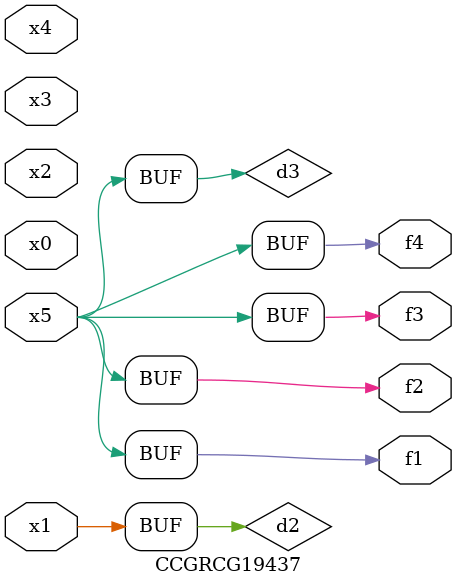
<source format=v>
module CCGRCG19437(
	input x0, x1, x2, x3, x4, x5,
	output f1, f2, f3, f4
);

	wire d1, d2, d3;

	not (d1, x5);
	or (d2, x1);
	xnor (d3, d1);
	assign f1 = d3;
	assign f2 = d3;
	assign f3 = d3;
	assign f4 = d3;
endmodule

</source>
